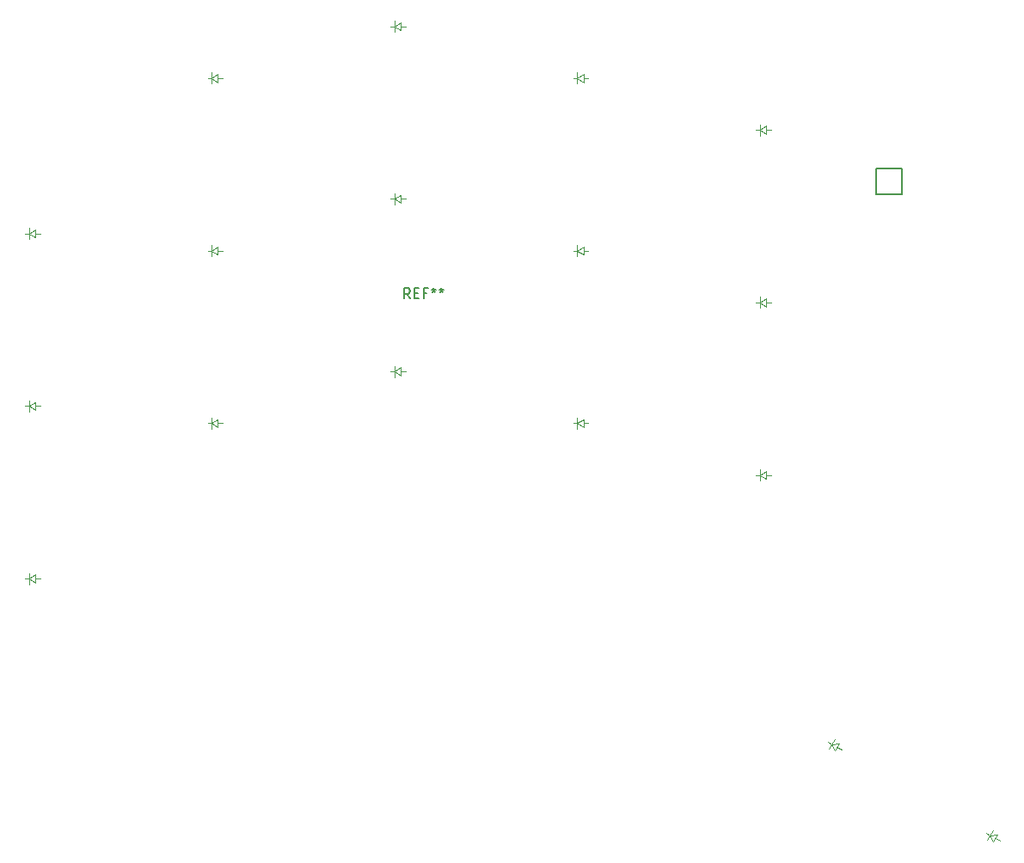
<source format=gbr>
%TF.GenerationSoftware,KiCad,Pcbnew,(6.0.6-1)-1*%
%TF.CreationDate,2022-08-23T15:15:48-05:00*%
%TF.ProjectId,smcboard,736d6362-6f61-4726-942e-6b696361645f,v1.0.0*%
%TF.SameCoordinates,Original*%
%TF.FileFunction,Legend,Top*%
%TF.FilePolarity,Positive*%
%FSLAX46Y46*%
G04 Gerber Fmt 4.6, Leading zero omitted, Abs format (unit mm)*
G04 Created by KiCad (PCBNEW (6.0.6-1)-1) date 2022-08-23 15:15:48*
%MOMM*%
%LPD*%
G01*
G04 APERTURE LIST*
%ADD10C,0.150000*%
%ADD11C,0.100000*%
G04 APERTURE END LIST*
D10*
%TO.C,MCU1*%
%TO.C,REF\u002A\u002A*%
X111666666Y-70952380D02*
X111333333Y-70476190D01*
X111095238Y-70952380D02*
X111095238Y-69952380D01*
X111476190Y-69952380D01*
X111571428Y-70000000D01*
X111619047Y-70047619D01*
X111666666Y-70142857D01*
X111666666Y-70285714D01*
X111619047Y-70380952D01*
X111571428Y-70428571D01*
X111476190Y-70476190D01*
X111095238Y-70476190D01*
X112095238Y-70428571D02*
X112428571Y-70428571D01*
X112571428Y-70952380D02*
X112095238Y-70952380D01*
X112095238Y-69952380D01*
X112571428Y-69952380D01*
X113333333Y-70428571D02*
X113000000Y-70428571D01*
X113000000Y-70952380D02*
X113000000Y-69952380D01*
X113476190Y-69952380D01*
X114000000Y-69952380D02*
X114000000Y-70190476D01*
X113761904Y-70095238D02*
X114000000Y-70190476D01*
X114238095Y-70095238D01*
X113857142Y-70380952D02*
X114000000Y-70190476D01*
X114142857Y-70380952D01*
X114761904Y-69952380D02*
X114761904Y-70190476D01*
X114523809Y-70095238D02*
X114761904Y-70190476D01*
X115000000Y-70095238D01*
X114619047Y-70380952D02*
X114761904Y-70190476D01*
X114904761Y-70380952D01*
D11*
%TO.C,D6*%
X92750000Y-49650000D02*
X92150000Y-49250000D01*
X92750000Y-48850000D02*
X92750000Y-49650000D01*
X92750000Y-49250000D02*
X93250000Y-49250000D01*
X91750000Y-49250000D02*
X92150000Y-49250000D01*
X92150000Y-49250000D02*
X92150000Y-48700000D01*
X92150000Y-49250000D02*
X92150000Y-49800000D01*
X92150000Y-49250000D02*
X92750000Y-48850000D01*
%TO.C,D14*%
X146150000Y-71350000D02*
X146150000Y-71900000D01*
X146750000Y-71350000D02*
X147250000Y-71350000D01*
X146750000Y-70950000D02*
X146750000Y-71750000D01*
X146150000Y-71350000D02*
X146750000Y-70950000D01*
X145750000Y-71350000D02*
X146150000Y-71350000D01*
X146750000Y-71750000D02*
X146150000Y-71350000D01*
X146150000Y-71350000D02*
X146150000Y-70800000D01*
%TO.C,D17*%
X168785348Y-123839102D02*
X168510348Y-124315416D01*
X168438938Y-123639102D02*
X168785348Y-123839102D01*
X169104963Y-124485512D02*
X168785348Y-123839102D01*
X168785348Y-123839102D02*
X169504963Y-123792692D01*
X169304963Y-124139102D02*
X169737976Y-124389102D01*
X169504963Y-123792692D02*
X169104963Y-124485512D01*
X168785348Y-123839102D02*
X169060348Y-123362788D01*
%TO.C,D12*%
X128750000Y-49650000D02*
X128150000Y-49250000D01*
X128750000Y-49250000D02*
X129250000Y-49250000D01*
X127750000Y-49250000D02*
X128150000Y-49250000D01*
X128150000Y-49250000D02*
X128150000Y-48700000D01*
X128750000Y-48850000D02*
X128750000Y-49650000D01*
X128150000Y-49250000D02*
X128750000Y-48850000D01*
X128150000Y-49250000D02*
X128150000Y-49800000D01*
%TO.C,D5*%
X92150000Y-66250000D02*
X92750000Y-65850000D01*
X92150000Y-66250000D02*
X92150000Y-66800000D01*
X92750000Y-65850000D02*
X92750000Y-66650000D01*
X91750000Y-66250000D02*
X92150000Y-66250000D01*
X92750000Y-66250000D02*
X93250000Y-66250000D01*
X92150000Y-66250000D02*
X92150000Y-65700000D01*
X92750000Y-66650000D02*
X92150000Y-66250000D01*
%TO.C,D2*%
X74150000Y-81550000D02*
X74150000Y-82100000D01*
X74750000Y-81550000D02*
X75250000Y-81550000D01*
X74750000Y-81150000D02*
X74750000Y-81950000D01*
X74150000Y-81550000D02*
X74750000Y-81150000D01*
X73750000Y-81550000D02*
X74150000Y-81550000D01*
X74750000Y-81950000D02*
X74150000Y-81550000D01*
X74150000Y-81550000D02*
X74150000Y-81000000D01*
%TO.C,D9*%
X110150000Y-44150000D02*
X110150000Y-44700000D01*
X110150000Y-44150000D02*
X110750000Y-43750000D01*
X110750000Y-43750000D02*
X110750000Y-44550000D01*
X109750000Y-44150000D02*
X110150000Y-44150000D01*
X110150000Y-44150000D02*
X110150000Y-43600000D01*
X110750000Y-44150000D02*
X111250000Y-44150000D01*
X110750000Y-44550000D02*
X110150000Y-44150000D01*
%TO.C,D16*%
X153516506Y-115485512D02*
X153196891Y-114839102D01*
X153196891Y-114839102D02*
X153471891Y-114362788D01*
X152850481Y-114639102D02*
X153196891Y-114839102D01*
X153916506Y-114792692D02*
X153516506Y-115485512D01*
X153196891Y-114839102D02*
X153916506Y-114792692D01*
X153716506Y-115139102D02*
X154149519Y-115389102D01*
X153196891Y-114839102D02*
X152921891Y-115315416D01*
%TO.C,D13*%
X145750000Y-88350000D02*
X146150000Y-88350000D01*
X146150000Y-88350000D02*
X146150000Y-88900000D01*
X146150000Y-88350000D02*
X146150000Y-87800000D01*
X146750000Y-88750000D02*
X146150000Y-88350000D01*
X146150000Y-88350000D02*
X146750000Y-87950000D01*
X146750000Y-87950000D02*
X146750000Y-88750000D01*
X146750000Y-88350000D02*
X147250000Y-88350000D01*
%TO.C,D10*%
X128150000Y-83250000D02*
X128750000Y-82850000D01*
X128750000Y-83650000D02*
X128150000Y-83250000D01*
X128750000Y-83250000D02*
X129250000Y-83250000D01*
X128150000Y-83250000D02*
X128150000Y-82700000D01*
X128150000Y-83250000D02*
X128150000Y-83800000D01*
X128750000Y-82850000D02*
X128750000Y-83650000D01*
X127750000Y-83250000D02*
X128150000Y-83250000D01*
D10*
%TO.C,MCU1*%
X160150000Y-58110000D02*
X160150000Y-60650000D01*
X160150000Y-60650000D02*
X157610000Y-60650000D01*
X157610000Y-60650000D02*
X157610000Y-58110000D01*
X160150000Y-58110000D02*
X157610000Y-58110000D01*
D11*
%TO.C,D7*%
X109750000Y-78150000D02*
X110150000Y-78150000D01*
X110750000Y-78550000D02*
X110150000Y-78150000D01*
X110150000Y-78150000D02*
X110750000Y-77750000D01*
X110150000Y-78150000D02*
X110150000Y-78700000D01*
X110750000Y-78150000D02*
X111250000Y-78150000D01*
X110150000Y-78150000D02*
X110150000Y-77600000D01*
X110750000Y-77750000D02*
X110750000Y-78550000D01*
%TO.C,D15*%
X146150000Y-54350000D02*
X146150000Y-54900000D01*
X146750000Y-54350000D02*
X147250000Y-54350000D01*
X145750000Y-54350000D02*
X146150000Y-54350000D01*
X146150000Y-54350000D02*
X146750000Y-53950000D01*
X146750000Y-53950000D02*
X146750000Y-54750000D01*
X146750000Y-54750000D02*
X146150000Y-54350000D01*
X146150000Y-54350000D02*
X146150000Y-53800000D01*
%TO.C,D11*%
X127750000Y-66250000D02*
X128150000Y-66250000D01*
X128150000Y-66250000D02*
X128150000Y-65700000D01*
X128150000Y-66250000D02*
X128150000Y-66800000D01*
X128750000Y-66250000D02*
X129250000Y-66250000D01*
X128750000Y-66650000D02*
X128150000Y-66250000D01*
X128150000Y-66250000D02*
X128750000Y-65850000D01*
X128750000Y-65850000D02*
X128750000Y-66650000D01*
%TO.C,D4*%
X92750000Y-83250000D02*
X93250000Y-83250000D01*
X92150000Y-83250000D02*
X92150000Y-82700000D01*
X92150000Y-83250000D02*
X92750000Y-82850000D01*
X92750000Y-83650000D02*
X92150000Y-83250000D01*
X91750000Y-83250000D02*
X92150000Y-83250000D01*
X92150000Y-83250000D02*
X92150000Y-83800000D01*
X92750000Y-82850000D02*
X92750000Y-83650000D01*
%TO.C,D3*%
X74150000Y-64550000D02*
X74150000Y-64000000D01*
X73750000Y-64550000D02*
X74150000Y-64550000D01*
X74750000Y-64550000D02*
X75250000Y-64550000D01*
X74750000Y-64950000D02*
X74150000Y-64550000D01*
X74150000Y-64550000D02*
X74150000Y-65100000D01*
X74750000Y-64150000D02*
X74750000Y-64950000D01*
X74150000Y-64550000D02*
X74750000Y-64150000D01*
%TO.C,D8*%
X110150000Y-61150000D02*
X110150000Y-60600000D01*
X109750000Y-61150000D02*
X110150000Y-61150000D01*
X110750000Y-61150000D02*
X111250000Y-61150000D01*
X110750000Y-60750000D02*
X110750000Y-61550000D01*
X110150000Y-61150000D02*
X110750000Y-60750000D01*
X110750000Y-61550000D02*
X110150000Y-61150000D01*
X110150000Y-61150000D02*
X110150000Y-61700000D01*
%TO.C,D1*%
X74750000Y-98150000D02*
X74750000Y-98950000D01*
X74150000Y-98550000D02*
X74150000Y-98000000D01*
X73750000Y-98550000D02*
X74150000Y-98550000D01*
X74750000Y-98950000D02*
X74150000Y-98550000D01*
X74750000Y-98550000D02*
X75250000Y-98550000D01*
X74150000Y-98550000D02*
X74150000Y-99100000D01*
X74150000Y-98550000D02*
X74750000Y-98150000D01*
%TD*%
M02*

</source>
